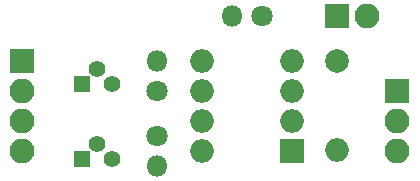
<source format=gts>
G04 #@! TF.FileFunction,Soldermask,Top*
%FSLAX46Y46*%
G04 Gerber Fmt 4.6, Leading zero omitted, Abs format (unit mm)*
G04 Created by KiCad (PCBNEW 4.0.7) date 12/03/18 23:46:06*
%MOMM*%
%LPD*%
G01*
G04 APERTURE LIST*
%ADD10C,0.100000*%
%ADD11C,2.000000*%
%ADD12O,2.000000X2.000000*%
%ADD13R,2.100000X2.100000*%
%ADD14O,2.100000X2.100000*%
%ADD15C,1.400000*%
%ADD16R,1.400000X1.400000*%
%ADD17C,1.800000*%
%ADD18O,1.800000X1.800000*%
%ADD19R,2.000000X2.000000*%
G04 APERTURE END LIST*
D10*
D11*
X170180000Y-104140000D03*
D12*
X170180000Y-111640000D03*
D13*
X175260000Y-106680000D03*
D14*
X175260000Y-109220000D03*
X175260000Y-111760000D03*
D13*
X170180000Y-100330000D03*
D14*
X172720000Y-100330000D03*
D13*
X143510000Y-104140000D03*
D14*
X143510000Y-106680000D03*
X143510000Y-109220000D03*
X143510000Y-111760000D03*
D15*
X149860000Y-104775000D03*
X151130000Y-106045000D03*
D16*
X148590000Y-106045000D03*
D15*
X149860000Y-111125000D03*
X151130000Y-112395000D03*
D16*
X148590000Y-112395000D03*
D17*
X154940000Y-110490000D03*
D18*
X154940000Y-113030000D03*
D17*
X154940000Y-106680000D03*
D18*
X154940000Y-104140000D03*
D17*
X163830000Y-100330000D03*
D18*
X161290000Y-100330000D03*
D19*
X166370000Y-111760000D03*
D12*
X158750000Y-104140000D03*
X166370000Y-109220000D03*
X158750000Y-106680000D03*
X166370000Y-106680000D03*
X158750000Y-109220000D03*
X166370000Y-104140000D03*
X158750000Y-111760000D03*
M02*

</source>
